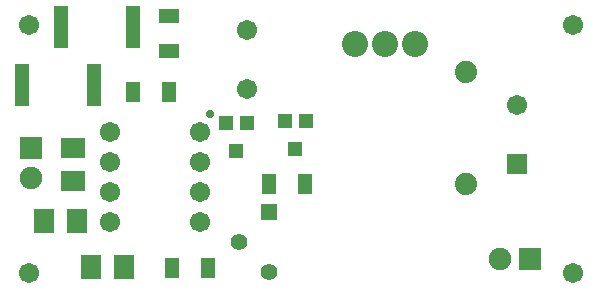
<source format=gts>
G04 Layer_Color=8388736*
%FSLAX25Y25*%
%MOIN*%
G70*
G01*
G75*
%ADD33R,0.07099X0.07887*%
%ADD34R,0.07887X0.07099*%
%ADD35R,0.04737X0.07099*%
%ADD36R,0.07099X0.04737*%
%ADD37R,0.05013X0.14068*%
%ADD38R,0.04737X0.04737*%
%ADD39C,0.06706*%
%ADD40R,0.07493X0.07493*%
%ADD41C,0.07493*%
%ADD42C,0.07400*%
%ADD43R,0.06706X0.06706*%
%ADD44C,0.08674*%
%ADD45R,0.07493X0.07493*%
%ADD46R,0.05516X0.05516*%
%ADD47C,0.05516*%
%ADD48C,0.02768*%
D33*
X12598Y25197D02*
D03*
X23622D02*
D03*
X28346Y9843D02*
D03*
X39370D02*
D03*
D34*
X22441Y38583D02*
D03*
Y49606D02*
D03*
D35*
X42520Y68110D02*
D03*
X54331D02*
D03*
X67323Y9449D02*
D03*
X55512D02*
D03*
X99606Y37402D02*
D03*
X87795D02*
D03*
D36*
X54331Y81890D02*
D03*
Y93701D02*
D03*
D37*
X5295Y70472D02*
D03*
X29350D02*
D03*
X18287Y89764D02*
D03*
X42342D02*
D03*
D38*
X73228Y57874D02*
D03*
X80315D02*
D03*
X76772Y48425D02*
D03*
X92913Y58661D02*
D03*
X100000D02*
D03*
X96457Y49213D02*
D03*
D39*
X7874Y7874D02*
D03*
X64606Y24843D02*
D03*
Y34843D02*
D03*
Y44842D02*
D03*
Y54843D02*
D03*
X34606Y24843D02*
D03*
Y34843D02*
D03*
Y44842D02*
D03*
Y54843D02*
D03*
X7874Y90551D02*
D03*
X80315Y88976D02*
D03*
Y69291D02*
D03*
X188976Y7874D02*
D03*
Y90551D02*
D03*
X170472Y63779D02*
D03*
D40*
X8268Y49488D02*
D03*
D41*
Y39488D02*
D03*
X164685Y12598D02*
D03*
D42*
X153543Y37402D02*
D03*
X153543Y74803D02*
D03*
D43*
X170472Y44094D02*
D03*
D44*
X136221Y84252D02*
D03*
X126378D02*
D03*
X116535D02*
D03*
D45*
X174685Y12598D02*
D03*
D46*
X87795Y28268D02*
D03*
D47*
X77795Y18268D02*
D03*
X87795Y8268D02*
D03*
D48*
X68110Y61024D02*
D03*
M02*

</source>
